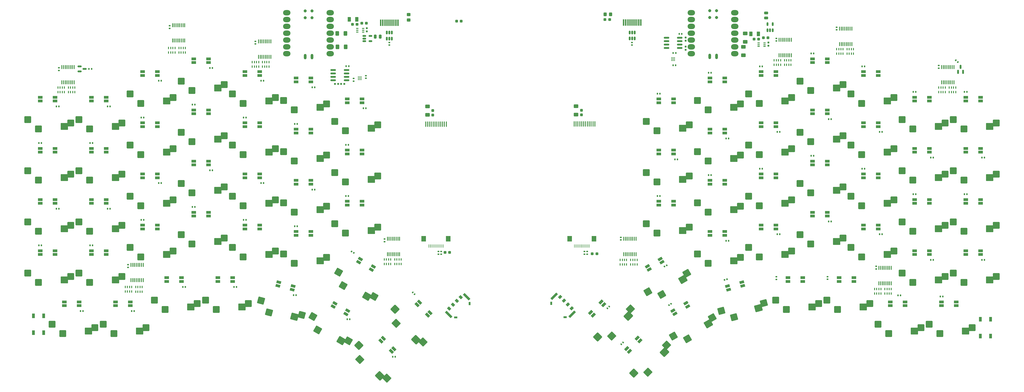
<source format=gbr>
%TF.GenerationSoftware,KiCad,Pcbnew,(6.0.5)*%
%TF.CreationDate,2022-08-12T23:05:56+08:00*%
%TF.ProjectId,ChunkyXiao,4368756e-6b79-4586-9961-6f2e6b696361,rev?*%
%TF.SameCoordinates,Original*%
%TF.FileFunction,Paste,Top*%
%TF.FilePolarity,Positive*%
%FSLAX46Y46*%
G04 Gerber Fmt 4.6, Leading zero omitted, Abs format (unit mm)*
G04 Created by KiCad (PCBNEW (6.0.5)) date 2022-08-12 23:05:56*
%MOMM*%
%LPD*%
G01*
G04 APERTURE LIST*
G04 Aperture macros list*
%AMRoundRect*
0 Rectangle with rounded corners*
0 $1 Rounding radius*
0 $2 $3 $4 $5 $6 $7 $8 $9 X,Y pos of 4 corners*
0 Add a 4 corners polygon primitive as box body*
4,1,4,$2,$3,$4,$5,$6,$7,$8,$9,$2,$3,0*
0 Add four circle primitives for the rounded corners*
1,1,$1+$1,$2,$3*
1,1,$1+$1,$4,$5*
1,1,$1+$1,$6,$7*
1,1,$1+$1,$8,$9*
0 Add four rect primitives between the rounded corners*
20,1,$1+$1,$2,$3,$4,$5,0*
20,1,$1+$1,$4,$5,$6,$7,0*
20,1,$1+$1,$6,$7,$8,$9,0*
20,1,$1+$1,$8,$9,$2,$3,0*%
%AMRotRect*
0 Rectangle, with rotation*
0 The origin of the aperture is its center*
0 $1 length*
0 $2 width*
0 $3 Rotation angle, in degrees counterclockwise*
0 Add horizontal line*
21,1,$1,$2,0,0,$3*%
G04 Aperture macros list end*
%ADD10R,1.700000X1.000000*%
%ADD11RoundRect,0.252500X1.134500X1.010000X-1.134500X1.010000X-1.134500X-1.010000X1.134500X-1.010000X0*%
%ADD12RoundRect,0.250000X1.025000X1.000000X-1.025000X1.000000X-1.025000X-1.000000X1.025000X-1.000000X0*%
%ADD13RoundRect,0.254000X1.016000X1.016000X-1.016000X1.016000X-1.016000X-1.016000X1.016000X-1.016000X0*%
%ADD14R,0.400000X0.900000*%
%ADD15RoundRect,0.250000X-0.400000X-0.625000X0.400000X-0.625000X0.400000X0.625000X-0.400000X0.625000X0*%
%ADD16RoundRect,0.140000X-0.140000X-0.170000X0.140000X-0.170000X0.140000X0.170000X-0.140000X0.170000X0*%
%ADD17RoundRect,0.150000X-0.512500X-0.150000X0.512500X-0.150000X0.512500X0.150000X-0.512500X0.150000X0*%
%ADD18RoundRect,0.160000X0.197500X0.160000X-0.197500X0.160000X-0.197500X-0.160000X0.197500X-0.160000X0*%
%ADD19RoundRect,0.100000X0.100000X-0.637500X0.100000X0.637500X-0.100000X0.637500X-0.100000X-0.637500X0*%
%ADD20RoundRect,0.140000X-0.036244X-0.217224X0.206244X-0.077224X0.036244X0.217224X-0.206244X0.077224X0*%
%ADD21R,0.570000X2.450000*%
%ADD22R,0.300000X2.450000*%
%ADD23RoundRect,0.140000X0.021213X-0.219203X0.219203X-0.021213X-0.021213X0.219203X-0.219203X0.021213X0*%
%ADD24RoundRect,0.140000X-0.170000X0.140000X-0.170000X-0.140000X0.170000X-0.140000X0.170000X0.140000X0*%
%ADD25RotRect,1.700000X1.000000X30.000000*%
%ADD26RoundRect,0.252500X0.477506X1.441936X-1.487506X0.307436X-0.477506X-1.441936X1.487506X-0.307436X0*%
%ADD27RoundRect,0.250000X0.387676X1.378525X-1.387676X0.353525X-0.387676X-1.378525X1.387676X-0.353525X0*%
%ADD28RoundRect,0.254000X0.371882X1.387882X-1.387882X0.371882X-0.371882X-1.387882X1.387882X-0.371882X0*%
%ADD29R,0.300000X0.300000*%
%ADD30C,0.165000*%
%ADD31RotRect,1.700000X1.000000X45.000000*%
%ADD32RoundRect,0.250000X0.017678X1.431891X-1.431891X-0.017678X-0.017678X-1.431891X1.431891X0.017678X0*%
%ADD33RoundRect,0.252500X0.088035X1.516390X-1.516390X-0.088035X-0.088035X-1.516390X1.516390X0.088035X0*%
%ADD34RoundRect,0.254000X0.000000X1.436841X-1.436841X0.000000X0.000000X-1.436841X1.436841X0.000000X0*%
%ADD35RoundRect,0.087500X-0.087500X0.912500X-0.087500X-0.912500X0.087500X-0.912500X0.087500X0.912500X0*%
%ADD36RoundRect,0.250000X-0.625000X0.400000X-0.625000X-0.400000X0.625000X-0.400000X0.625000X0.400000X0*%
%ADD37RoundRect,0.135000X-0.135000X-0.185000X0.135000X-0.185000X0.135000X0.185000X-0.135000X0.185000X0*%
%ADD38RotRect,1.700000X1.000000X150.000000*%
%ADD39RoundRect,0.252500X1.487506X0.307436X-0.477506X1.441936X-1.487506X-0.307436X0.477506X-1.441936X0*%
%ADD40RoundRect,0.250000X1.387676X0.353525X-0.387676X1.378525X-1.387676X-0.353525X0.387676X-1.378525X0*%
%ADD41RoundRect,0.254000X1.387882X0.371882X-0.371882X1.387882X-1.387882X-0.371882X0.371882X-1.387882X0*%
%ADD42RoundRect,0.140000X-0.091230X-0.200442X0.179229X-0.127973X0.091230X0.200442X-0.179229X0.127973X0*%
%ADD43RoundRect,0.150000X0.150000X-0.512500X0.150000X0.512500X-0.150000X0.512500X-0.150000X-0.512500X0*%
%ADD44RoundRect,0.237500X0.300000X0.237500X-0.300000X0.237500X-0.300000X-0.237500X0.300000X-0.237500X0*%
%ADD45RoundRect,0.135000X-0.185000X0.135000X-0.185000X-0.135000X0.185000X-0.135000X0.185000X0.135000X0*%
%ADD46RoundRect,0.140000X0.170000X-0.140000X0.170000X0.140000X-0.170000X0.140000X-0.170000X-0.140000X0*%
%ADD47RoundRect,0.135000X0.226274X0.035355X0.035355X0.226274X-0.226274X-0.035355X-0.035355X-0.226274X0*%
%ADD48RoundRect,0.250000X-0.250000X-0.475000X0.250000X-0.475000X0.250000X0.475000X-0.250000X0.475000X0*%
%ADD49R,0.950000X0.450000*%
%ADD50RoundRect,0.250000X0.325000X0.450000X-0.325000X0.450000X-0.325000X-0.450000X0.325000X-0.450000X0*%
%ADD51RoundRect,0.150000X-0.825000X-0.150000X0.825000X-0.150000X0.825000X0.150000X-0.825000X0.150000X0*%
%ADD52O,2.748280X1.998980*%
%ADD53O,1.016000X2.032000*%
%ADD54C,1.143000*%
%ADD55R,0.280000X1.250000*%
%ADD56R,1.800000X2.000000*%
%ADD57RoundRect,0.250000X-0.375000X-0.625000X0.375000X-0.625000X0.375000X0.625000X-0.375000X0.625000X0*%
%ADD58RoundRect,0.150000X-0.150000X0.512500X-0.150000X-0.512500X0.150000X-0.512500X0.150000X0.512500X0*%
%ADD59RoundRect,0.160000X-0.197500X-0.160000X0.197500X-0.160000X0.197500X0.160000X-0.197500X0.160000X0*%
%ADD60RotRect,1.300000X1.000000X45.000000*%
%ADD61RotRect,3.000000X0.900000X45.000000*%
%ADD62R,1.300000X0.800000*%
%ADD63R,0.800000X1.300000*%
%ADD64RoundRect,0.237500X-0.300000X-0.237500X0.300000X-0.237500X0.300000X0.237500X-0.300000X0.237500X0*%
%ADD65RoundRect,0.160000X-0.160000X0.197500X-0.160000X-0.197500X0.160000X-0.197500X0.160000X0.197500X0*%
%ADD66R,1.000000X1.700000*%
%ADD67RoundRect,0.237500X0.237500X-0.300000X0.237500X0.300000X-0.237500X0.300000X-0.237500X-0.300000X0*%
%ADD68RoundRect,0.150000X0.150000X-0.587500X0.150000X0.587500X-0.150000X0.587500X-0.150000X-0.587500X0*%
%ADD69RoundRect,0.250000X0.625000X-0.400000X0.625000X0.400000X-0.625000X0.400000X-0.625000X-0.400000X0*%
%ADD70RoundRect,0.250000X0.450000X-0.325000X0.450000X0.325000X-0.450000X0.325000X-0.450000X-0.325000X0*%
%ADD71RoundRect,0.140000X0.206244X0.077224X-0.036244X0.217224X-0.206244X-0.077224X0.036244X-0.217224X0*%
%ADD72RotRect,1.700000X1.000000X225.000000*%
%ADD73RoundRect,0.140000X0.219203X0.021213X0.021213X0.219203X-0.219203X-0.021213X-0.021213X-0.219203X0*%
%ADD74RotRect,1.700000X1.000000X315.000000*%
%ADD75RoundRect,0.252500X1.516390X-0.088035X-0.088035X1.516390X-1.516390X0.088035X0.088035X-1.516390X0*%
%ADD76RoundRect,0.250000X1.431891X-0.017678X-0.017678X1.431891X-1.431891X0.017678X0.017678X-1.431891X0*%
%ADD77RoundRect,0.254000X1.436841X0.000000X0.000000X1.436841X-1.436841X0.000000X0.000000X-1.436841X0*%
%ADD78RoundRect,0.135000X0.185000X-0.135000X0.185000X0.135000X-0.185000X0.135000X-0.185000X-0.135000X0*%
%ADD79RoundRect,0.150000X-0.587500X-0.150000X0.587500X-0.150000X0.587500X0.150000X-0.587500X0.150000X0*%
%ADD80RotRect,1.700000X1.000000X195.000000*%
%ADD81RoundRect,0.252500X0.834436X1.269215X-1.357250X0.681955X-0.834436X-1.269215X1.357250X-0.681955X0*%
%ADD82RoundRect,0.250000X0.731255X1.231215X-1.248893X0.700636X-0.731255X-1.231215X1.248893X-0.700636X0*%
%ADD83RoundRect,0.254000X0.718420X1.244341X-1.244341X0.718420X-0.718420X-1.244341X1.244341X-0.718420X0*%
%ADD84RotRect,1.700000X1.000000X330.000000*%
%ADD85RotRect,1.700000X1.000000X345.000000*%
%ADD86RoundRect,0.252500X1.357250X0.681955X-0.834436X1.269215X-1.357250X-0.681955X0.834436X-1.269215X0*%
%ADD87RoundRect,0.250000X1.248893X0.700636X-0.731255X1.231215X-1.248893X-0.700636X0.731255X-1.231215X0*%
%ADD88RoundRect,0.254000X1.244341X0.718420X-0.718420X1.244341X-1.244341X-0.718420X0.718420X-1.244341X0*%
%ADD89RotRect,1.300000X1.000000X135.000000*%
%ADD90RotRect,3.000000X0.900000X135.000000*%
%ADD91RoundRect,0.160000X0.160000X-0.197500X0.160000X0.197500X-0.160000X0.197500X-0.160000X-0.197500X0*%
%ADD92RotRect,1.700000X1.000000X210.000000*%
%ADD93RotRect,1.700000X1.000000X135.000000*%
%ADD94RoundRect,0.250000X0.475000X-0.250000X0.475000X0.250000X-0.475000X0.250000X-0.475000X-0.250000X0*%
G04 APERTURE END LIST*
D10*
%TO.C,SW18*%
X97291889Y-123663492D03*
X97291889Y-125063492D03*
X102791889Y-125063492D03*
X102791889Y-123663492D03*
D11*
X106254889Y-134530992D03*
D12*
X108666889Y-133268492D03*
X96666889Y-135468492D03*
D13*
X92675889Y-131983492D03*
%TD*%
D10*
%TO.C,SW62*%
X352124888Y-129831497D03*
X352124888Y-128431497D03*
X346624888Y-128431497D03*
X346624888Y-129831497D03*
D12*
X357999888Y-138036497D03*
D11*
X355587888Y-139298997D03*
D13*
X342008888Y-136751497D03*
D12*
X345999888Y-140236497D03*
%TD*%
D10*
%TO.C,SW19*%
X102791888Y-144113491D03*
X102791888Y-142713491D03*
X97291888Y-142713491D03*
X97291888Y-144113491D03*
D12*
X108666888Y-152318491D03*
D11*
X106254888Y-153580991D03*
D13*
X92675888Y-151033491D03*
D12*
X96666888Y-154518491D03*
%TD*%
D14*
%TO.C,RN10*%
X315800002Y-86100004D03*
X315000002Y-86100004D03*
X314200002Y-86100004D03*
X313400002Y-86100004D03*
X313400002Y-87800004D03*
X314200002Y-87800004D03*
X315000002Y-87800004D03*
X315800002Y-87800004D03*
%TD*%
D15*
%TO.C,R6*%
X150700000Y-76050000D03*
X153800000Y-76050000D03*
%TD*%
D14*
%TO.C,RN5*%
X90350000Y-81490000D03*
X89550000Y-81490000D03*
X88750000Y-81490000D03*
X87950000Y-81490000D03*
X87950000Y-83190000D03*
X88750000Y-83190000D03*
X89550000Y-83190000D03*
X90350000Y-83190000D03*
%TD*%
D10*
%TO.C,SW21*%
X116341892Y-90331493D03*
X116341892Y-91731493D03*
X121841892Y-91731493D03*
X121841892Y-90331493D03*
D12*
X127716892Y-99936493D03*
D11*
X125304892Y-101198993D03*
D13*
X111725892Y-98651493D03*
D12*
X115716892Y-102136493D03*
%TD*%
D16*
%TO.C,C98*%
X93261890Y-170456494D03*
X94221890Y-170456494D03*
%TD*%
D17*
%TO.C,U1*%
X160802500Y-77060000D03*
X160802500Y-78010000D03*
X160802500Y-78960000D03*
X163077500Y-78960000D03*
X163077500Y-77060000D03*
%TD*%
D18*
%TO.C,R5*%
X153347500Y-94850000D03*
X152152500Y-94850000D03*
%TD*%
D19*
%TO.C,U17*%
X73935000Y-167992500D03*
X74585000Y-167992500D03*
X75235000Y-167992500D03*
X75885000Y-167992500D03*
X76535000Y-167992500D03*
X77185000Y-167992500D03*
X77835000Y-167992500D03*
X78485000Y-167992500D03*
X78485000Y-162267500D03*
X77835000Y-162267500D03*
X77185000Y-162267500D03*
X76535000Y-162267500D03*
X75885000Y-162267500D03*
X75235000Y-162267500D03*
X74585000Y-162267500D03*
X73935000Y-162267500D03*
%TD*%
D20*
%TO.C,C62*%
X274234308Y-177240000D03*
X275065692Y-176760000D03*
%TD*%
D21*
%TO.C,J2*%
X263773407Y-72044801D03*
X262998407Y-72044801D03*
D22*
X261798407Y-72044801D03*
X260798407Y-72044801D03*
X260298407Y-72044801D03*
X259298407Y-72044801D03*
D21*
X257323407Y-72044801D03*
X258098407Y-72044801D03*
D22*
X258798407Y-72044801D03*
X259798407Y-72044801D03*
X261298407Y-72044801D03*
X262298407Y-72044801D03*
%TD*%
D10*
%TO.C,SW50*%
X314024890Y-91731495D03*
X314024890Y-90331495D03*
X308524890Y-90331495D03*
X308524890Y-91731495D03*
D12*
X319899890Y-99936495D03*
D11*
X317487890Y-101198995D03*
D13*
X303908890Y-98651495D03*
D12*
X307899890Y-102136495D03*
%TD*%
D16*
%TO.C,C30*%
X365194889Y-97856493D03*
X366154889Y-97856493D03*
%TD*%
D10*
%TO.C,SW15*%
X68191890Y-176056494D03*
X68191890Y-177456494D03*
X73691890Y-177456494D03*
X73691890Y-176056494D03*
D12*
X79566890Y-185661494D03*
D11*
X77154890Y-186923994D03*
D12*
X67566890Y-187861494D03*
D13*
X63575890Y-184376494D03*
%TD*%
D10*
%TO.C,SW12*%
X83741888Y-110781493D03*
X83741888Y-109381493D03*
X78241888Y-109381493D03*
X78241888Y-110781493D03*
D11*
X87204888Y-120248993D03*
D12*
X89616888Y-118986493D03*
D13*
X73625888Y-117701493D03*
D12*
X77616888Y-121186493D03*
%TD*%
D23*
%TO.C,C64*%
X251300589Y-178479411D03*
X251979411Y-177800589D03*
%TD*%
D24*
%TO.C,C7*%
X314200000Y-77920000D03*
X314200000Y-78880000D03*
%TD*%
D19*
%TO.C,U18*%
X352450000Y-169112500D03*
X353100000Y-169112500D03*
X353750000Y-169112500D03*
X354400000Y-169112500D03*
X355050000Y-169112500D03*
X355700000Y-169112500D03*
X356350000Y-169112500D03*
X357000000Y-169112500D03*
X357000000Y-163387500D03*
X356350000Y-163387500D03*
X355700000Y-163387500D03*
X355050000Y-163387500D03*
X354400000Y-163387500D03*
X353750000Y-163387500D03*
X353100000Y-163387500D03*
X352450000Y-163387500D03*
%TD*%
D16*
%TO.C,C97*%
X74211890Y-179456494D03*
X75171890Y-179456494D03*
%TD*%
%TO.C,C58*%
X359530000Y-173630000D03*
X360490000Y-173630000D03*
%TD*%
D10*
%TO.C,SW66*%
X365674889Y-118906492D03*
X365674889Y-120306492D03*
X371174889Y-120306492D03*
X371174889Y-118906492D03*
D11*
X374637889Y-129773992D03*
D12*
X377049889Y-128511492D03*
X365049889Y-130711492D03*
D13*
X361058889Y-127226492D03*
%TD*%
D25*
%TO.C,SW43*%
X266205317Y-162787865D03*
X266905317Y-164000301D03*
X271668457Y-161250301D03*
X270968457Y-160037865D03*
D26*
X279401253Y-167717896D03*
D27*
X280858856Y-165418539D03*
X271566551Y-173323795D03*
D28*
X266367744Y-172301197D03*
%TD*%
D29*
%TO.C,IC1*%
X159100000Y-92750000D03*
X158600000Y-92750000D03*
X159100000Y-92250000D03*
X158600000Y-92250000D03*
X158600000Y-93250000D03*
X159600000Y-93250000D03*
X159100000Y-93250000D03*
X159600000Y-92250000D03*
X159600000Y-92750000D03*
D30*
X159100000Y-93250000D03*
%TD*%
D10*
%TO.C,SW20*%
X87241890Y-167056494D03*
X87241890Y-168456494D03*
X92741890Y-168456494D03*
X92741890Y-167056494D03*
D11*
X96204890Y-177923994D03*
D12*
X98616890Y-176661494D03*
X86616890Y-178861494D03*
D13*
X82625890Y-175376494D03*
%TD*%
D15*
%TO.C,R7*%
X150800000Y-81100000D03*
X153900000Y-81100000D03*
%TD*%
D14*
%TO.C,RN8*%
X342950000Y-81900000D03*
X342150000Y-81900000D03*
X341350000Y-81900000D03*
X340550000Y-81900000D03*
X340550000Y-83600000D03*
X341350000Y-83600000D03*
X342150000Y-83600000D03*
X342950000Y-83600000D03*
%TD*%
D31*
%TO.C,SW38*%
X245057267Y-179990959D03*
X246047217Y-180980909D03*
X249936304Y-177091822D03*
X248946354Y-176101872D03*
D32*
X259892367Y-178739380D03*
D33*
X259079548Y-181337644D03*
D32*
X252962721Y-188780297D03*
D34*
X247676391Y-189138093D03*
%TD*%
D16*
%TO.C,C33*%
X308044890Y-88331495D03*
X309004890Y-88331495D03*
%TD*%
D10*
%TO.C,SW13*%
X78241888Y-128431495D03*
X78241888Y-129831495D03*
X83741888Y-129831495D03*
X83741888Y-128431495D03*
D11*
X87204888Y-139298995D03*
D12*
X89616888Y-138036495D03*
X77616888Y-140236495D03*
D13*
X73625888Y-136751495D03*
%TD*%
D35*
%TO.C,J16*%
X183641890Y-109836492D03*
X184341890Y-109836492D03*
X185041890Y-109836492D03*
X185741890Y-109836492D03*
X186441890Y-109836492D03*
X187141890Y-109836492D03*
X187841890Y-109836492D03*
X188541890Y-109836492D03*
X189241890Y-109836492D03*
X189941890Y-109836492D03*
X190641890Y-109836492D03*
X191341890Y-109836492D03*
%TD*%
D36*
%TO.C,R12*%
X302625000Y-76100000D03*
X302625000Y-79200000D03*
%TD*%
D10*
%TO.C,SW10*%
X49141889Y-176056494D03*
X49141889Y-177456494D03*
X54641889Y-177456494D03*
X54641889Y-176056494D03*
D11*
X58104889Y-186923994D03*
D12*
X60516889Y-185661494D03*
D13*
X44525889Y-184376494D03*
D12*
X48516889Y-187861494D03*
%TD*%
D37*
%TO.C,R1*%
X58240000Y-89280000D03*
X59260000Y-89280000D03*
%TD*%
D10*
%TO.C,SW31*%
X154441888Y-100511491D03*
X154441888Y-101911491D03*
X159941888Y-101911491D03*
X159941888Y-100511491D03*
D12*
X165816888Y-110116491D03*
D11*
X163404888Y-111378991D03*
D13*
X149825888Y-108831491D03*
D12*
X153816888Y-112316491D03*
%TD*%
D14*
%TO.C,RN3*%
X53050000Y-96250000D03*
X52250000Y-96250000D03*
X51450000Y-96250000D03*
X50650000Y-96250000D03*
X50650000Y-97950000D03*
X51450000Y-97950000D03*
X52250000Y-97950000D03*
X53050000Y-97950000D03*
%TD*%
D24*
%TO.C,C23*%
X260491891Y-79436494D03*
X260491891Y-80396494D03*
%TD*%
D14*
%TO.C,RN18*%
X353175000Y-171225000D03*
X352375000Y-171225000D03*
X351575000Y-171225000D03*
X350775000Y-171225000D03*
X350775000Y-172925000D03*
X351575000Y-172925000D03*
X352375000Y-172925000D03*
X353175000Y-172925000D03*
%TD*%
D16*
%TO.C,C45*%
X346144888Y-126431497D03*
X347104888Y-126431497D03*
%TD*%
%TO.C,C83*%
X46161892Y-141356491D03*
X47121892Y-141356491D03*
%TD*%
D24*
%TO.C,C59*%
X333250000Y-166680000D03*
X333250000Y-167640000D03*
%TD*%
%TO.C,C4*%
X88340000Y-73240000D03*
X88340000Y-74200000D03*
%TD*%
D38*
%TO.C,SW34*%
X163461457Y-164043301D03*
X164161457Y-162830865D03*
X159398317Y-160080865D03*
X158698317Y-161293301D03*
D39*
X161726753Y-173973896D03*
D40*
X164446856Y-174086539D03*
D41*
X151240744Y-164978197D03*
D40*
X152954551Y-169991795D03*
%TD*%
D10*
%TO.C,SW7*%
X64691889Y-120306493D03*
X64691889Y-118906493D03*
X59191889Y-118906493D03*
X59191889Y-120306493D03*
D12*
X70566889Y-128511493D03*
D11*
X68154889Y-129773993D03*
D13*
X54575889Y-127226493D03*
D12*
X58566889Y-130711493D03*
%TD*%
D10*
%TO.C,SW45*%
X294974889Y-94117496D03*
X294974889Y-92717496D03*
X289474889Y-92717496D03*
X289474889Y-94117496D03*
D12*
X300849889Y-102322496D03*
D11*
X298437889Y-103584996D03*
D13*
X284858889Y-101037496D03*
D12*
X288849889Y-104522496D03*
%TD*%
D24*
%TO.C,C24*%
X170111892Y-79456493D03*
X170111892Y-80416493D03*
%TD*%
D16*
%TO.C,C31*%
X346144891Y-88331494D03*
X347104891Y-88331494D03*
%TD*%
D14*
%TO.C,RN11*%
X125300000Y-86750000D03*
X124500000Y-86750000D03*
X123700000Y-86750000D03*
X122900000Y-86750000D03*
X122900000Y-88450000D03*
X123700000Y-88450000D03*
X124500000Y-88450000D03*
X125300000Y-88450000D03*
%TD*%
%TO.C,RN16*%
X262375000Y-160400000D03*
X261575000Y-160400000D03*
X260775000Y-160400000D03*
X259975000Y-160400000D03*
X259975000Y-162100000D03*
X260775000Y-162100000D03*
X261575000Y-162100000D03*
X262375000Y-162100000D03*
%TD*%
D29*
%TO.C,IC2*%
X276310000Y-85660000D03*
X275310000Y-85660000D03*
X276310000Y-85160000D03*
X275810000Y-86160000D03*
X275310000Y-86160000D03*
X275810000Y-85160000D03*
X276310000Y-86160000D03*
X275810000Y-85660000D03*
X275310000Y-85160000D03*
D30*
X276310000Y-85660000D03*
%TD*%
D16*
%TO.C,C67*%
X154060000Y-88320000D03*
X155020000Y-88320000D03*
%TD*%
D42*
%TO.C,C61*%
X294936356Y-167904233D03*
X295863644Y-167655767D03*
%TD*%
D10*
%TO.C,SW27*%
X140891888Y-113167495D03*
X140891888Y-111767495D03*
X135391888Y-111767495D03*
X135391888Y-113167495D03*
D12*
X146766888Y-121372495D03*
D11*
X144354888Y-122634995D03*
D13*
X130775888Y-120087495D03*
D12*
X134766888Y-123572495D03*
%TD*%
D16*
%TO.C,C32*%
X327194890Y-83563493D03*
X328154890Y-83563493D03*
%TD*%
D43*
%TO.C,U14*%
X310950000Y-74887500D03*
X311900000Y-74887500D03*
X312850000Y-74887500D03*
X312850000Y-72612500D03*
X310950000Y-72612500D03*
%TD*%
D10*
%TO.C,SW48*%
X289474889Y-149867496D03*
X289474889Y-151267496D03*
X294974889Y-151267496D03*
X294974889Y-149867496D03*
D12*
X300849889Y-159472496D03*
D11*
X298437889Y-160734996D03*
D12*
X288849889Y-161672496D03*
D13*
X284858889Y-158187496D03*
%TD*%
D44*
%TO.C,C21*%
X307650001Y-78200000D03*
X305925001Y-78200000D03*
%TD*%
D10*
%TO.C,SW6*%
X59191889Y-99856494D03*
X59191889Y-101256494D03*
X64691889Y-101256494D03*
X64691889Y-99856494D03*
D11*
X68154889Y-110723994D03*
D12*
X70566889Y-109461494D03*
D13*
X54575889Y-108176494D03*
D12*
X58566889Y-111661494D03*
%TD*%
D10*
%TO.C,SW54*%
X324074889Y-168456495D03*
X324074889Y-167056495D03*
X318574889Y-167056495D03*
X318574889Y-168456495D03*
D12*
X329949889Y-176661495D03*
D11*
X327537889Y-177923995D03*
D13*
X313958889Y-175376495D03*
D12*
X317949889Y-178861495D03*
%TD*%
D10*
%TO.C,SW53*%
X308524894Y-147481493D03*
X308524894Y-148881493D03*
X314024894Y-148881493D03*
X314024894Y-147481493D03*
D12*
X319899894Y-157086493D03*
D11*
X317487894Y-158348993D03*
D13*
X303908894Y-155801493D03*
D12*
X307899894Y-159286493D03*
%TD*%
D10*
%TO.C,SW57*%
X333174887Y-125063491D03*
X333174887Y-123663491D03*
X327674887Y-123663491D03*
X327674887Y-125063491D03*
D12*
X339049887Y-133268491D03*
D11*
X336637887Y-134530991D03*
D12*
X327049887Y-135468491D03*
D13*
X323058887Y-131983491D03*
%TD*%
D10*
%TO.C,SW24*%
X121841889Y-148881493D03*
X121841889Y-147481493D03*
X116341889Y-147481493D03*
X116341889Y-148881493D03*
D11*
X125304889Y-158348993D03*
D12*
X127716889Y-157086493D03*
D13*
X111725889Y-155801493D03*
D12*
X115716889Y-159286493D03*
%TD*%
D10*
%TO.C,SW69*%
X381224888Y-177456494D03*
X381224888Y-176056494D03*
X375724888Y-176056494D03*
X375724888Y-177456494D03*
D11*
X384687888Y-186923994D03*
D12*
X387099888Y-185661494D03*
D13*
X371108888Y-184376494D03*
D12*
X375099888Y-187861494D03*
%TD*%
D10*
%TO.C,SW32*%
X159941888Y-120961495D03*
X159941888Y-119561495D03*
X154441888Y-119561495D03*
X154441888Y-120961495D03*
D12*
X165816888Y-129166495D03*
D11*
X163404888Y-130428995D03*
D12*
X153816888Y-131366495D03*
D13*
X149825888Y-127881495D03*
%TD*%
D45*
%TO.C,R15*%
X243800000Y-157290000D03*
X243800000Y-158310000D03*
%TD*%
D10*
%TO.C,SW56*%
X327674889Y-104613494D03*
X327674889Y-106013494D03*
X333174889Y-106013494D03*
X333174889Y-104613494D03*
D11*
X336637889Y-115480994D03*
D12*
X339049889Y-114218494D03*
X327049889Y-116418494D03*
D13*
X323058889Y-112933494D03*
%TD*%
D46*
%TO.C,C15*%
X161400000Y-92780000D03*
X161400000Y-91820000D03*
%TD*%
D16*
%TO.C,C46*%
X327194887Y-121663491D03*
X328154887Y-121663491D03*
%TD*%
D10*
%TO.C,SW59*%
X343124890Y-168456495D03*
X343124890Y-167056495D03*
X337624890Y-167056495D03*
X337624890Y-168456495D03*
D11*
X346587890Y-177923995D03*
D12*
X348999890Y-176661495D03*
X336999890Y-178861495D03*
D13*
X333008890Y-175376495D03*
%TD*%
D16*
%TO.C,C101*%
X154456458Y-182541086D03*
X155416458Y-182541086D03*
%TD*%
%TO.C,C50*%
X269944889Y-136611493D03*
X270904889Y-136611493D03*
%TD*%
D24*
%TO.C,C11*%
X351400000Y-162815000D03*
X351400000Y-163775000D03*
%TD*%
D10*
%TO.C,SW58*%
X327674891Y-142713494D03*
X327674891Y-144113494D03*
X333174891Y-144113494D03*
X333174891Y-142713494D03*
D12*
X339049891Y-152318494D03*
D11*
X336637891Y-153580994D03*
D12*
X327049891Y-154518494D03*
D13*
X323058891Y-151033494D03*
%TD*%
D16*
%TO.C,C72*%
X103311891Y-88963490D03*
X104271891Y-88963490D03*
%TD*%
%TO.C,C55*%
X371694887Y-160406493D03*
X372654887Y-160406493D03*
%TD*%
D24*
%TO.C,C1*%
X47100000Y-88900000D03*
X47100000Y-89860000D03*
%TD*%
D16*
%TO.C,C48*%
X288994891Y-128817495D03*
X289954891Y-128817495D03*
%TD*%
D47*
%TO.C,R3*%
X381760624Y-86760624D03*
X381039376Y-86039376D03*
%TD*%
D24*
%TO.C,C17*%
X156800000Y-92870000D03*
X156800000Y-93830000D03*
%TD*%
D14*
%TO.C,RN20*%
X357025000Y-171225000D03*
X356225000Y-171225000D03*
X355425000Y-171225000D03*
X354625000Y-171225000D03*
X354625000Y-172925000D03*
X355425000Y-172925000D03*
X356225000Y-172925000D03*
X357025000Y-172925000D03*
%TD*%
D24*
%TO.C,C5*%
X336650000Y-73770000D03*
X336650000Y-74730000D03*
%TD*%
D48*
%TO.C,C3*%
X164880000Y-77280000D03*
X166780000Y-77280000D03*
%TD*%
D19*
%TO.C,U8*%
X89400891Y-78745990D03*
X90050891Y-78745990D03*
X90700891Y-78745990D03*
X91350891Y-78745990D03*
X92000891Y-78745990D03*
X92650891Y-78745990D03*
X93300891Y-78745990D03*
X93950891Y-78745990D03*
X93950891Y-73020990D03*
X93300891Y-73020990D03*
X92650891Y-73020990D03*
X92000891Y-73020990D03*
X91350891Y-73020990D03*
X90700891Y-73020990D03*
X90050891Y-73020990D03*
X89400891Y-73020990D03*
%TD*%
D49*
%TO.C,D2*%
X307650000Y-79650000D03*
X307650000Y-80300000D03*
X307650000Y-80950000D03*
X309850000Y-80950000D03*
X309850000Y-80300000D03*
X309850000Y-79650000D03*
%TD*%
D50*
%TO.C,FB1*%
X252525000Y-69000000D03*
X250475000Y-69000000D03*
%TD*%
D14*
%TO.C,RN17*%
X74230000Y-170500000D03*
X73430000Y-170500000D03*
X72630000Y-170500000D03*
X71830000Y-170500000D03*
X71830000Y-172200000D03*
X72630000Y-172200000D03*
X73430000Y-172200000D03*
X74230000Y-172200000D03*
%TD*%
D16*
%TO.C,C78*%
X115861890Y-107381492D03*
X116821890Y-107381492D03*
%TD*%
D10*
%TO.C,SW46*%
X289474890Y-111767495D03*
X289474890Y-113167495D03*
X294974890Y-113167495D03*
X294974890Y-111767495D03*
D11*
X298437890Y-122634995D03*
D12*
X300849890Y-121372495D03*
D13*
X284858890Y-120087495D03*
D12*
X288849890Y-123572495D03*
%TD*%
D51*
%TO.C,U10*%
X149225000Y-89695000D03*
X149225000Y-90965000D03*
X149225000Y-92235000D03*
X149225000Y-93505000D03*
X154175000Y-93505000D03*
X154175000Y-92235000D03*
X154175000Y-90965000D03*
X154175000Y-89695000D03*
%TD*%
D45*
%TO.C,R9*%
X189450000Y-157290000D03*
X189450000Y-158310000D03*
%TD*%
D10*
%TO.C,SW33*%
X159941889Y-140011493D03*
X159941889Y-138611493D03*
X154441889Y-138611493D03*
X154441889Y-140011493D03*
D11*
X163404889Y-149478993D03*
D12*
X165816889Y-148216493D03*
X153816889Y-150416493D03*
D13*
X149825889Y-146931493D03*
%TD*%
D52*
%TO.C,U2*%
X131965013Y-68399806D03*
X131965013Y-70939806D03*
X131965013Y-73479806D03*
X131965013Y-76019806D03*
X131965013Y-78559806D03*
X131965013Y-81099806D03*
X131965013Y-83639806D03*
X148129573Y-83639806D03*
X148129573Y-81099806D03*
X148129573Y-78559806D03*
X148129573Y-76019806D03*
X148129573Y-73479806D03*
X148129573Y-70939806D03*
X148129573Y-68399806D03*
D53*
X138831893Y-84717626D03*
X141381893Y-84717626D03*
D54*
X138830696Y-67713439D03*
X141370696Y-67713439D03*
X138830696Y-70253439D03*
X141370696Y-70253439D03*
%TD*%
D36*
%TO.C,R13*%
X301950000Y-81100000D03*
X301950000Y-84200000D03*
%TD*%
D10*
%TO.C,SW68*%
X365674887Y-157006493D03*
X365674887Y-158406493D03*
X371174887Y-158406493D03*
X371174887Y-157006493D03*
D12*
X377049887Y-166611493D03*
D11*
X374637887Y-167873993D03*
D12*
X365049887Y-168811493D03*
D13*
X361058887Y-165326493D03*
%TD*%
D10*
%TO.C,SW71*%
X384724887Y-118906492D03*
X384724887Y-120306492D03*
X390224887Y-120306492D03*
X390224887Y-118906492D03*
D12*
X396099887Y-128511492D03*
D11*
X393687887Y-129773992D03*
D13*
X380108887Y-127226492D03*
D12*
X384099887Y-130711492D03*
%TD*%
D16*
%TO.C,C76*%
X153961888Y-117561495D03*
X154921888Y-117561495D03*
%TD*%
D55*
%TO.C,J6*%
X244546891Y-155235993D03*
X244046891Y-155235993D03*
X243546891Y-155235993D03*
X243046891Y-155235993D03*
X242546891Y-155235993D03*
X242046891Y-155235993D03*
X241546891Y-155235993D03*
X241046891Y-155235993D03*
X240546891Y-155235993D03*
X240046891Y-155235993D03*
X239546891Y-155235993D03*
X239046891Y-155235993D03*
D56*
X237246891Y-152511993D03*
X246346891Y-152511993D03*
%TD*%
D57*
%TO.C,F1*%
X155250000Y-70800000D03*
X158050000Y-70800000D03*
%TD*%
D58*
%TO.C,U4*%
X261498407Y-75712303D03*
X260548407Y-75712303D03*
X259598407Y-75712303D03*
X259598407Y-77987303D03*
X260548407Y-77987303D03*
X261498407Y-77987303D03*
%TD*%
D16*
%TO.C,C74*%
X141411888Y-96117495D03*
X142371888Y-96117495D03*
%TD*%
D19*
%TO.C,U15*%
X257417513Y-158280112D03*
X258067513Y-158280112D03*
X258717513Y-158280112D03*
X259367513Y-158280112D03*
X260017513Y-158280112D03*
X260667513Y-158280112D03*
X261317513Y-158280112D03*
X261967513Y-158280112D03*
X261967513Y-152555112D03*
X261317513Y-152555112D03*
X260667513Y-152555112D03*
X260017513Y-152555112D03*
X259367513Y-152555112D03*
X258717513Y-152555112D03*
X258067513Y-152555112D03*
X257417513Y-152555112D03*
%TD*%
D59*
%TO.C,R4*%
X149852500Y-94850000D03*
X151047500Y-94850000D03*
%TD*%
D16*
%TO.C,C102*%
X171369176Y-196494293D03*
X172329176Y-196494293D03*
%TD*%
D60*
%TO.C,S2*%
X237990078Y-178422289D03*
X233747437Y-174179648D03*
D61*
X238166855Y-180649675D03*
X231520051Y-174002871D03*
D62*
X235600057Y-181773975D03*
D63*
X230395751Y-176569669D03*
D60*
X236575865Y-177008075D03*
X235161651Y-175593861D03*
%TD*%
D52*
%TO.C,U16*%
X282548410Y-68349800D03*
X282548410Y-70889800D03*
X282548410Y-73429800D03*
X282548410Y-75969800D03*
X282548410Y-78509800D03*
X282548410Y-81049800D03*
X282548410Y-83589800D03*
X298712970Y-83589800D03*
X298712970Y-81049800D03*
X298712970Y-78509800D03*
X298712970Y-75969800D03*
X298712970Y-73429800D03*
X298712970Y-70889800D03*
X298712970Y-68349800D03*
D53*
X289415290Y-84667620D03*
X291965290Y-84667620D03*
D54*
X289414093Y-67663433D03*
X291954093Y-67663433D03*
X289414093Y-70203433D03*
X291954093Y-70203433D03*
%TD*%
D10*
%TO.C,SW8*%
X59191889Y-137956495D03*
X59191889Y-139356495D03*
X64691889Y-139356495D03*
X64691889Y-137956495D03*
D12*
X70566889Y-147561495D03*
D11*
X68154889Y-148823995D03*
D13*
X54575889Y-146276495D03*
D12*
X58566889Y-149761495D03*
%TD*%
D64*
%TO.C,C65*%
X195187500Y-71500000D03*
X196912500Y-71500000D03*
%TD*%
D16*
%TO.C,C94*%
X58711887Y-155006494D03*
X59671887Y-155006494D03*
%TD*%
D65*
%TO.C,R11*%
X280486889Y-77588992D03*
X280486889Y-78783992D03*
%TD*%
D10*
%TO.C,SW29*%
X140891886Y-151267497D03*
X140891886Y-149867497D03*
X135391886Y-149867497D03*
X135391886Y-151267497D03*
D11*
X144354886Y-160734997D03*
D12*
X146766886Y-159472497D03*
X134766886Y-161672497D03*
D13*
X130775886Y-158187497D03*
%TD*%
D66*
%TO.C,SW5*%
X37625889Y-181226494D03*
X37625889Y-187526494D03*
X41425889Y-181226494D03*
X41425889Y-187526494D03*
%TD*%
D16*
%TO.C,C89*%
X153961889Y-136611493D03*
X154921889Y-136611493D03*
%TD*%
D10*
%TO.C,SW55*%
X333174890Y-86963493D03*
X333174890Y-85563493D03*
X327674890Y-85563493D03*
X327674890Y-86963493D03*
D12*
X339049890Y-95168493D03*
D11*
X336637890Y-96430993D03*
D12*
X327049890Y-97368493D03*
D13*
X323058890Y-93883493D03*
%TD*%
D10*
%TO.C,SW26*%
X135391888Y-92717495D03*
X135391888Y-94117495D03*
X140891888Y-94117495D03*
X140891888Y-92717495D03*
D11*
X144354888Y-103584995D03*
D12*
X146766888Y-102322495D03*
X134766888Y-104522495D03*
D13*
X130775888Y-101037495D03*
%TD*%
D16*
%TO.C,C100*%
X134461814Y-173501492D03*
X135421814Y-173501492D03*
%TD*%
D10*
%TO.C,SW9*%
X64691887Y-158406494D03*
X64691887Y-157006494D03*
X59191887Y-157006494D03*
X59191887Y-158406494D03*
D11*
X68154887Y-167873994D03*
D12*
X70566887Y-166611494D03*
D13*
X54575887Y-165326494D03*
D12*
X58566887Y-168811494D03*
%TD*%
D16*
%TO.C,C75*%
X160461888Y-103911491D03*
X161421888Y-103911491D03*
%TD*%
D14*
%TO.C,RN7*%
X94210000Y-81500000D03*
X93410000Y-81500000D03*
X92610000Y-81500000D03*
X91810000Y-81500000D03*
X91810000Y-83200000D03*
X92610000Y-83200000D03*
X93410000Y-83200000D03*
X94210000Y-83200000D03*
%TD*%
D16*
%TO.C,C73*%
X122361892Y-93731493D03*
X123321892Y-93731493D03*
%TD*%
%TO.C,C79*%
X96811888Y-102613494D03*
X97771888Y-102613494D03*
%TD*%
D10*
%TO.C,SW63*%
X346624887Y-147481497D03*
X346624887Y-148881497D03*
X352124887Y-148881497D03*
X352124887Y-147481497D03*
D11*
X355587887Y-158348997D03*
D12*
X357999887Y-157086497D03*
D13*
X342008887Y-155801497D03*
D12*
X345999887Y-159286497D03*
%TD*%
D14*
%TO.C,RN14*%
X258475000Y-160400000D03*
X257675000Y-160400000D03*
X256875000Y-160400000D03*
X256075000Y-160400000D03*
X256075000Y-162100000D03*
X256875000Y-162100000D03*
X257675000Y-162100000D03*
X258475000Y-162100000D03*
%TD*%
D10*
%TO.C,SW23*%
X116341889Y-128431490D03*
X116341889Y-129831490D03*
X121841889Y-129831490D03*
X121841889Y-128431490D03*
D11*
X125304889Y-139298990D03*
D12*
X127716889Y-138036490D03*
X115716889Y-140236490D03*
D13*
X111725889Y-136751490D03*
%TD*%
D65*
%TO.C,R17*%
X311250000Y-79502501D03*
X311250000Y-80697501D03*
%TD*%
D67*
%TO.C,C25*%
X241686889Y-106398992D03*
X241686889Y-104673992D03*
%TD*%
D16*
%TO.C,C82*%
X39661889Y-116906490D03*
X40621889Y-116906490D03*
%TD*%
%TO.C,C93*%
X77761886Y-145481495D03*
X78721886Y-145481495D03*
%TD*%
%TO.C,C91*%
X115861889Y-145481493D03*
X116821889Y-145481493D03*
%TD*%
%TO.C,C29*%
X384244888Y-97856491D03*
X385204888Y-97856491D03*
%TD*%
%TO.C,C35*%
X269944889Y-98511494D03*
X270904889Y-98511494D03*
%TD*%
D67*
%TO.C,C26*%
X186300000Y-106500000D03*
X186300000Y-104775000D03*
%TD*%
D68*
%TO.C,Q2*%
X381850000Y-90437500D03*
X383750000Y-90437500D03*
X382800000Y-88562500D03*
%TD*%
D69*
%TO.C,R18*%
X239646891Y-106323993D03*
X239646891Y-103223993D03*
%TD*%
D10*
%TO.C,SW61*%
X346624890Y-109381495D03*
X346624890Y-110781495D03*
X352124890Y-110781495D03*
X352124890Y-109381495D03*
D12*
X357999890Y-118986495D03*
D11*
X355587890Y-120248995D03*
D12*
X345999890Y-121186495D03*
D13*
X342008890Y-117701495D03*
%TD*%
D16*
%TO.C,C71*%
X84261889Y-93731494D03*
X85221889Y-93731494D03*
%TD*%
%TO.C,C96*%
X55161889Y-179456494D03*
X56121889Y-179456494D03*
%TD*%
D24*
%TO.C,C60*%
X314200000Y-166710000D03*
X314200000Y-167670000D03*
%TD*%
D10*
%TO.C,SW70*%
X390224888Y-101256491D03*
X390224888Y-99856491D03*
X384724888Y-99856491D03*
X384724888Y-101256491D03*
D11*
X393687888Y-110723991D03*
D12*
X396099888Y-109461491D03*
D13*
X380108888Y-108176491D03*
D12*
X384099888Y-111661491D03*
%TD*%
D10*
%TO.C,SW42*%
X275924889Y-140011493D03*
X275924889Y-138611493D03*
X270424889Y-138611493D03*
X270424889Y-140011493D03*
D11*
X279387889Y-149478993D03*
D12*
X281799889Y-148216493D03*
X269799889Y-150416493D03*
D13*
X265808889Y-146931493D03*
%TD*%
D10*
%TO.C,SW51*%
X308524891Y-109381495D03*
X308524891Y-110781495D03*
X314024891Y-110781495D03*
X314024891Y-109381495D03*
D11*
X317487891Y-120248995D03*
D12*
X319899891Y-118986495D03*
X307899891Y-121186495D03*
D13*
X303908891Y-117701495D03*
%TD*%
D16*
%TO.C,C80*%
X77761888Y-107381493D03*
X78721888Y-107381493D03*
%TD*%
%TO.C,C39*%
X333694889Y-108013494D03*
X334654889Y-108013494D03*
%TD*%
D24*
%TO.C,C10*%
X72810000Y-162230000D03*
X72810000Y-163190000D03*
%TD*%
D58*
%TO.C,U3*%
X171079571Y-75762308D03*
X170129571Y-75762308D03*
X169179571Y-75762308D03*
X169179571Y-78037308D03*
X170129571Y-78037308D03*
X171079571Y-78037308D03*
%TD*%
D10*
%TO.C,SW14*%
X83741886Y-148881495D03*
X83741886Y-147481495D03*
X78241886Y-147481495D03*
X78241886Y-148881495D03*
D12*
X89616886Y-157086495D03*
D11*
X87204886Y-158348995D03*
D12*
X77616886Y-159286495D03*
D13*
X73625886Y-155801495D03*
%TD*%
D64*
%TO.C,C28*%
X245687500Y-158100000D03*
X247412500Y-158100000D03*
%TD*%
D16*
%TO.C,C86*%
X103311889Y-127063492D03*
X104271889Y-127063492D03*
%TD*%
D35*
%TO.C,J15*%
X238946891Y-109773993D03*
X239646891Y-109773993D03*
X240346891Y-109773993D03*
X241046891Y-109773993D03*
X241746891Y-109773993D03*
X242446891Y-109773993D03*
X243146891Y-109773993D03*
X243846891Y-109773993D03*
X244546891Y-109773993D03*
X245246891Y-109773993D03*
X245946891Y-109773993D03*
X246646891Y-109773993D03*
%TD*%
D70*
%TO.C,FB2*%
X177350000Y-71075000D03*
X177350000Y-69025000D03*
%TD*%
D16*
%TO.C,C47*%
X308044892Y-126431493D03*
X309004892Y-126431493D03*
%TD*%
%TO.C,C88*%
X141411888Y-134217496D03*
X142371888Y-134217496D03*
%TD*%
D49*
%TO.C,D1*%
X158223821Y-74260556D03*
X158223821Y-74910556D03*
X158223821Y-75560556D03*
X160423821Y-75560556D03*
X160423821Y-74910556D03*
X160423821Y-74260556D03*
%TD*%
D71*
%TO.C,C104*%
X156900000Y-157800000D03*
X156068616Y-157320000D03*
%TD*%
D69*
%TO.C,R19*%
X184341890Y-106386492D03*
X184341890Y-103286492D03*
%TD*%
D10*
%TO.C,SW73*%
X384724889Y-157006490D03*
X384724889Y-158406490D03*
X390224889Y-158406490D03*
X390224889Y-157006490D03*
D12*
X396099889Y-166611490D03*
D11*
X393687889Y-167873990D03*
D13*
X380108889Y-165326490D03*
D12*
X384099889Y-168811490D03*
%TD*%
D16*
%TO.C,C84*%
X65211889Y-141356495D03*
X66171889Y-141356495D03*
%TD*%
D10*
%TO.C,SW28*%
X135391888Y-130817496D03*
X135391888Y-132217496D03*
X140891888Y-132217496D03*
X140891888Y-130817496D03*
D12*
X146766888Y-140422496D03*
D11*
X144354888Y-141684996D03*
D12*
X134766888Y-142622496D03*
D13*
X130775888Y-139137496D03*
%TD*%
D72*
%TO.C,SW39*%
X263406688Y-190562205D03*
X262416738Y-189572255D03*
X258527651Y-193461342D03*
X259517601Y-194451292D03*
D32*
X273362751Y-192209763D03*
D33*
X272549932Y-194808027D03*
D34*
X261146775Y-202608476D03*
D32*
X266433105Y-202250680D03*
%TD*%
D16*
%TO.C,C16*%
X275811889Y-83361492D03*
X276771889Y-83361492D03*
%TD*%
D66*
%TO.C,SW74*%
X393999888Y-188811494D03*
X393999888Y-182511494D03*
X390199888Y-182511494D03*
X390199888Y-188811494D03*
%TD*%
D24*
%TO.C,C6*%
X120280000Y-79050000D03*
X120280000Y-80010000D03*
%TD*%
D19*
%TO.C,U9*%
X337774890Y-80030993D03*
X338424890Y-80030993D03*
X339074890Y-80030993D03*
X339724890Y-80030993D03*
X340374890Y-80030993D03*
X341024890Y-80030993D03*
X341674890Y-80030993D03*
X342324890Y-80030993D03*
X342324890Y-74305993D03*
X341674890Y-74305993D03*
X341024890Y-74305993D03*
X340374890Y-74305993D03*
X339724890Y-74305993D03*
X339074890Y-74305993D03*
X338424890Y-74305993D03*
X337774890Y-74305993D03*
%TD*%
D24*
%TO.C,C8*%
X168370000Y-152670000D03*
X168370000Y-153630000D03*
%TD*%
D44*
%TO.C,C20*%
X161586324Y-72310553D03*
X159861324Y-72310553D03*
%TD*%
D10*
%TO.C,SW52*%
X314024892Y-129831493D03*
X314024892Y-128431493D03*
X308524892Y-128431493D03*
X308524892Y-129831493D03*
D12*
X319899892Y-138036493D03*
D11*
X317487892Y-139298993D03*
D13*
X303908892Y-136751493D03*
D12*
X307899892Y-140236493D03*
%TD*%
D16*
%TO.C,C99*%
X112311890Y-170456493D03*
X113271890Y-170456493D03*
%TD*%
D10*
%TO.C,SW72*%
X390224888Y-139356493D03*
X390224888Y-137956493D03*
X384724888Y-137956493D03*
X384724888Y-139356493D03*
D12*
X396099888Y-147561493D03*
D11*
X393687888Y-148823993D03*
D13*
X380108888Y-146276493D03*
D12*
X384099888Y-149761493D03*
%TD*%
D14*
%TO.C,RN15*%
X174550000Y-160240000D03*
X173750000Y-160240000D03*
X172950000Y-160240000D03*
X172150000Y-160240000D03*
X172150000Y-161940000D03*
X172950000Y-161940000D03*
X173750000Y-161940000D03*
X174550000Y-161940000D03*
%TD*%
D10*
%TO.C,SW11*%
X78241889Y-90331494D03*
X78241889Y-91731494D03*
X83741889Y-91731494D03*
X83741889Y-90331494D03*
D12*
X89616889Y-99936494D03*
D11*
X87204889Y-101198994D03*
D13*
X73625889Y-98651494D03*
D12*
X77616889Y-102136494D03*
%TD*%
D16*
%TO.C,C53*%
X333694891Y-146113494D03*
X334654891Y-146113494D03*
%TD*%
D44*
%TO.C,C22*%
X311112499Y-77700001D03*
X309387499Y-77700001D03*
%TD*%
D16*
%TO.C,C40*%
X352644890Y-112781495D03*
X353604890Y-112781495D03*
%TD*%
%TO.C,C43*%
X384244888Y-135956493D03*
X385204888Y-135956493D03*
%TD*%
D73*
%TO.C,C103*%
X179500000Y-173200000D03*
X178821178Y-172521178D03*
%TD*%
D16*
%TO.C,C38*%
X314544891Y-112781495D03*
X315504891Y-112781495D03*
%TD*%
D74*
%TO.C,SW37*%
X167950039Y-189615256D03*
X166960089Y-190605206D03*
X170849176Y-194494293D03*
X171839126Y-193504343D03*
D75*
X166603354Y-203637537D03*
D76*
X169201618Y-204450356D03*
X159160701Y-197520710D03*
D77*
X158802905Y-192234380D03*
%TD*%
D78*
%TO.C,R14*%
X242750000Y-158310000D03*
X242750000Y-157290000D03*
%TD*%
D16*
%TO.C,C90*%
X134911886Y-147867497D03*
X135871886Y-147867497D03*
%TD*%
%TO.C,C34*%
X288994889Y-90717496D03*
X289954889Y-90717496D03*
%TD*%
D10*
%TO.C,SW41*%
X270424891Y-119561492D03*
X270424891Y-120961492D03*
X275924891Y-120961492D03*
X275924891Y-119561492D03*
D12*
X281799891Y-129166492D03*
D11*
X279387891Y-130428992D03*
D13*
X265808891Y-127881492D03*
D12*
X269799891Y-131366492D03*
%TD*%
D16*
%TO.C,C69*%
X46161888Y-103256493D03*
X47121888Y-103256493D03*
%TD*%
D55*
%TO.C,J4*%
X190241890Y-155235993D03*
X189741890Y-155235993D03*
X189241890Y-155235993D03*
X188741890Y-155235993D03*
X188241890Y-155235993D03*
X187741890Y-155235993D03*
X187241890Y-155235993D03*
X186741890Y-155235993D03*
X186241890Y-155235993D03*
X185741890Y-155235993D03*
X185241890Y-155235993D03*
X184741890Y-155235993D03*
D56*
X182941890Y-152511993D03*
X192041890Y-152511993D03*
%TD*%
D14*
%TO.C,RN6*%
X339075000Y-81900000D03*
X338275000Y-81900000D03*
X337475000Y-81900000D03*
X336675000Y-81900000D03*
X336675000Y-83600000D03*
X337475000Y-83600000D03*
X338275000Y-83600000D03*
X339075000Y-83600000D03*
%TD*%
D24*
%TO.C,C9*%
X256350000Y-151995000D03*
X256350000Y-152955000D03*
%TD*%
%TO.C,C2*%
X374675000Y-88045000D03*
X374675000Y-89005000D03*
%TD*%
D10*
%TO.C,SW17*%
X102791888Y-106013494D03*
X102791888Y-104613494D03*
X97291888Y-104613494D03*
X97291888Y-106013494D03*
D11*
X106254888Y-115480994D03*
D12*
X108666888Y-114218494D03*
D13*
X92675888Y-112933494D03*
D12*
X96666888Y-116418494D03*
%TD*%
D14*
%TO.C,RN4*%
X381000001Y-96250003D03*
X380200001Y-96250003D03*
X379400001Y-96250003D03*
X378600001Y-96250003D03*
X378600001Y-97950003D03*
X379400001Y-97950003D03*
X380200001Y-97950003D03*
X381000001Y-97950003D03*
%TD*%
D23*
%TO.C,C63*%
X256470589Y-191869411D03*
X257149411Y-191190589D03*
%TD*%
D10*
%TO.C,SW40*%
X275924889Y-101911494D03*
X275924889Y-100511494D03*
X270424889Y-100511494D03*
X270424889Y-101911494D03*
D12*
X281799889Y-110116494D03*
D11*
X279387889Y-111378994D03*
D12*
X269799889Y-112316494D03*
D13*
X265808889Y-108831494D03*
%TD*%
D19*
%TO.C,U11*%
X121441892Y-84798993D03*
X122091892Y-84798993D03*
X122741892Y-84798993D03*
X123391892Y-84798993D03*
X124041892Y-84798993D03*
X124691892Y-84798993D03*
X125341892Y-84798993D03*
X125991892Y-84798993D03*
X125991892Y-79073993D03*
X125341892Y-79073993D03*
X124691892Y-79073993D03*
X124041892Y-79073993D03*
X123391892Y-79073993D03*
X122741892Y-79073993D03*
X122091892Y-79073993D03*
X121441892Y-79073993D03*
%TD*%
D16*
%TO.C,C95*%
X39661888Y-155006490D03*
X40621888Y-155006490D03*
%TD*%
%TO.C,C68*%
X278080000Y-76290000D03*
X279040000Y-76290000D03*
%TD*%
D19*
%TO.C,U5*%
X48241888Y-94323993D03*
X48891888Y-94323993D03*
X49541888Y-94323993D03*
X50191888Y-94323993D03*
X50841888Y-94323993D03*
X51491888Y-94323993D03*
X52141888Y-94323993D03*
X52791888Y-94323993D03*
X52791888Y-88598993D03*
X52141888Y-88598993D03*
X51491888Y-88598993D03*
X50841888Y-88598993D03*
X50191888Y-88598993D03*
X49541888Y-88598993D03*
X48891888Y-88598993D03*
X48241888Y-88598993D03*
%TD*%
D16*
%TO.C,C56*%
X390744889Y-160406490D03*
X391704889Y-160406490D03*
%TD*%
%TO.C,C92*%
X96811888Y-140713491D03*
X97771888Y-140713491D03*
%TD*%
%TO.C,C37*%
X295494890Y-115167495D03*
X296454890Y-115167495D03*
%TD*%
D10*
%TO.C,SW67*%
X371174889Y-139356493D03*
X371174889Y-137956493D03*
X365674889Y-137956493D03*
X365674889Y-139356493D03*
D11*
X374637889Y-148823993D03*
D12*
X377049889Y-147561493D03*
D13*
X361058889Y-146276493D03*
D12*
X365049889Y-149761493D03*
%TD*%
D78*
%TO.C,R8*%
X188400000Y-158310000D03*
X188400000Y-157290000D03*
%TD*%
D16*
%TO.C,C70*%
X65211889Y-103256494D03*
X66171889Y-103256494D03*
%TD*%
D64*
%TO.C,C66*%
X190837500Y-157600000D03*
X192562500Y-157600000D03*
%TD*%
D10*
%TO.C,SW25*%
X106291890Y-167056493D03*
X106291890Y-168456493D03*
X111791890Y-168456493D03*
X111791890Y-167056493D03*
D12*
X117666890Y-176661493D03*
D11*
X115254890Y-177923993D03*
D13*
X101675890Y-175376493D03*
D12*
X105666890Y-178861493D03*
%TD*%
D19*
%TO.C,U6*%
X375774889Y-94323993D03*
X376424889Y-94323993D03*
X377074889Y-94323993D03*
X377724889Y-94323993D03*
X378374889Y-94323993D03*
X379024889Y-94323993D03*
X379674889Y-94323993D03*
X380324889Y-94323993D03*
X380324889Y-88598993D03*
X379674889Y-88598993D03*
X379024889Y-88598993D03*
X378374889Y-88598993D03*
X377724889Y-88598993D03*
X377074889Y-88598993D03*
X376424889Y-88598993D03*
X375774889Y-88598993D03*
%TD*%
D79*
%TO.C,Q1*%
X54832500Y-88330000D03*
X54832500Y-90230000D03*
X56707500Y-89280000D03*
%TD*%
D16*
%TO.C,C18*%
X275781889Y-87936492D03*
X276741889Y-87936492D03*
%TD*%
%TO.C,C77*%
X134911888Y-109767495D03*
X135871888Y-109767495D03*
%TD*%
D10*
%TO.C,SW3*%
X40141892Y-137956491D03*
X40141892Y-139356491D03*
X45641892Y-139356491D03*
X45641892Y-137956491D03*
D12*
X51516892Y-147561491D03*
D11*
X49104892Y-148823991D03*
D12*
X39516892Y-149761491D03*
D13*
X35525892Y-146276491D03*
%TD*%
D21*
%TO.C,J1*%
X173354571Y-72094808D03*
X172579571Y-72094808D03*
D22*
X171379571Y-72094808D03*
X170379571Y-72094808D03*
X169879571Y-72094808D03*
X168879571Y-72094808D03*
D21*
X166904571Y-72094808D03*
X167679571Y-72094808D03*
D22*
X168379571Y-72094808D03*
X169379571Y-72094808D03*
X170879571Y-72094808D03*
X171879571Y-72094808D03*
%TD*%
D80*
%TO.C,SW49*%
X301737557Y-170077989D03*
X301375210Y-168725692D03*
X296062618Y-170149197D03*
X296424965Y-171501493D03*
D81*
X307532927Y-178326601D03*
D82*
X309535981Y-176482848D03*
D83*
X293757279Y-179380409D03*
D82*
X298514273Y-181713713D03*
%TD*%
D16*
%TO.C,C51*%
X295494889Y-153267496D03*
X296454889Y-153267496D03*
%TD*%
D10*
%TO.C,SW47*%
X294974891Y-132217495D03*
X294974891Y-130817495D03*
X289474891Y-130817495D03*
X289474891Y-132217495D03*
D12*
X300849891Y-140422495D03*
D11*
X298437891Y-141684995D03*
D13*
X284858891Y-139137495D03*
D12*
X288849891Y-142622495D03*
%TD*%
D44*
%TO.C,C19*%
X158123822Y-72710554D03*
X156398822Y-72710554D03*
%TD*%
D10*
%TO.C,SW1*%
X40141888Y-99856493D03*
X40141888Y-101256493D03*
X45641888Y-101256493D03*
X45641888Y-99856493D03*
D11*
X49104888Y-110723993D03*
D12*
X51516888Y-109461493D03*
D13*
X35525888Y-108176493D03*
D12*
X39516888Y-111661493D03*
%TD*%
D20*
%TO.C,C49*%
X272594308Y-162900000D03*
X273425692Y-162420000D03*
%TD*%
D10*
%TO.C,SW60*%
X352124891Y-91731494D03*
X352124891Y-90331494D03*
X346624891Y-90331494D03*
X346624891Y-91731494D03*
D12*
X357999891Y-99936494D03*
D11*
X355587891Y-101198994D03*
D13*
X342008891Y-98651494D03*
D12*
X345999891Y-102136494D03*
%TD*%
D14*
%TO.C,RN9*%
X121500000Y-86750000D03*
X120700000Y-86750000D03*
X119900000Y-86750000D03*
X119100000Y-86750000D03*
X119100000Y-88450000D03*
X119900000Y-88450000D03*
X120700000Y-88450000D03*
X121500000Y-88450000D03*
%TD*%
%TO.C,RN19*%
X78120000Y-170530000D03*
X77320000Y-170530000D03*
X76520000Y-170530000D03*
X75720000Y-170530000D03*
X75720000Y-172230000D03*
X76520000Y-172230000D03*
X77320000Y-172230000D03*
X78120000Y-172230000D03*
%TD*%
D64*
%TO.C,C27*%
X250424389Y-70936492D03*
X252149389Y-70936492D03*
%TD*%
D16*
%TO.C,C81*%
X58711889Y-116906493D03*
X59671889Y-116906493D03*
%TD*%
%TO.C,C36*%
X276444891Y-122961492D03*
X277404891Y-122961492D03*
%TD*%
D19*
%TO.C,U12*%
X315275000Y-84187500D03*
X315925000Y-84187500D03*
X316575000Y-84187500D03*
X317225000Y-84187500D03*
X317875000Y-84187500D03*
X318525000Y-84187500D03*
X319175000Y-84187500D03*
X319825000Y-84187500D03*
X319825000Y-78462500D03*
X319175000Y-78462500D03*
X318525000Y-78462500D03*
X317875000Y-78462500D03*
X317225000Y-78462500D03*
X316575000Y-78462500D03*
X315925000Y-78462500D03*
X315275000Y-78462500D03*
%TD*%
D10*
%TO.C,SW4*%
X45641888Y-158406490D03*
X45641888Y-157006490D03*
X40141888Y-157006490D03*
X40141888Y-158406490D03*
D12*
X51516888Y-166611490D03*
D11*
X49104888Y-167873990D03*
D13*
X35525888Y-165326490D03*
D12*
X39516888Y-168811490D03*
%TD*%
D14*
%TO.C,RN1*%
X49170000Y-96250000D03*
X48370000Y-96250000D03*
X47570000Y-96250000D03*
X46770000Y-96250000D03*
X46770000Y-97950000D03*
X47570000Y-97950000D03*
X48370000Y-97950000D03*
X49170000Y-97950000D03*
%TD*%
D65*
%TO.C,R16*%
X161723825Y-74110552D03*
X161723825Y-75305552D03*
%TD*%
D84*
%TO.C,SW35*%
X149873318Y-176578650D03*
X149173318Y-177791086D03*
X153936458Y-180541086D03*
X154636458Y-179328650D03*
D39*
X152201754Y-190471681D03*
D40*
X154921857Y-190584324D03*
D41*
X141715745Y-181475982D03*
D40*
X143429552Y-186489580D03*
%TD*%
D16*
%TO.C,C54*%
X352644887Y-150881497D03*
X353604887Y-150881497D03*
%TD*%
%TO.C,C85*%
X84261888Y-131831495D03*
X85221888Y-131831495D03*
%TD*%
D10*
%TO.C,SW22*%
X121841890Y-110781492D03*
X121841890Y-109381492D03*
X116341890Y-109381492D03*
X116341890Y-110781492D03*
D11*
X125304890Y-120248992D03*
D12*
X127716890Y-118986492D03*
D13*
X111725890Y-117701492D03*
D12*
X115716890Y-121186492D03*
%TD*%
D14*
%TO.C,RN2*%
X377100000Y-96250000D03*
X376300000Y-96250000D03*
X375500000Y-96250000D03*
X374700000Y-96250000D03*
X374700000Y-97950000D03*
X375500000Y-97950000D03*
X376300000Y-97950000D03*
X377100000Y-97950000D03*
%TD*%
D16*
%TO.C,C44*%
X365194889Y-135956493D03*
X366154889Y-135956493D03*
%TD*%
D85*
%TO.C,SW30*%
X128991569Y-168725691D03*
X128629222Y-170077988D03*
X133941814Y-171501492D03*
X134304161Y-170149196D03*
D86*
X134836446Y-181542685D03*
D87*
X137493018Y-180947476D03*
X125332507Y-179966684D03*
D88*
X122379481Y-175567486D03*
%TD*%
D14*
%TO.C,RN13*%
X170650000Y-160240000D03*
X169850000Y-160240000D03*
X169050000Y-160240000D03*
X168250000Y-160240000D03*
X168250000Y-161940000D03*
X169050000Y-161940000D03*
X169850000Y-161940000D03*
X170650000Y-161940000D03*
%TD*%
D16*
%TO.C,C42*%
X390744887Y-122306492D03*
X391704887Y-122306492D03*
%TD*%
%TO.C,C57*%
X375244888Y-174056494D03*
X376204888Y-174056494D03*
%TD*%
D89*
%TO.C,S1*%
X196672289Y-174279923D03*
X192429648Y-178522564D03*
D90*
X198899675Y-174103146D03*
X192252871Y-180749950D03*
D63*
X200023975Y-176669944D03*
D62*
X194819669Y-181874250D03*
D89*
X195258075Y-175694136D03*
X193843861Y-177108350D03*
%TD*%
D16*
%TO.C,C52*%
X314544894Y-150881493D03*
X315504894Y-150881493D03*
%TD*%
D91*
%TO.C,R10*%
X280436889Y-82183992D03*
X280436889Y-80988992D03*
%TD*%
D10*
%TO.C,SW64*%
X362174888Y-177456494D03*
X362174888Y-176056494D03*
X356674888Y-176056494D03*
X356674888Y-177456494D03*
D12*
X368049888Y-185661494D03*
D11*
X365637888Y-186923994D03*
D12*
X356049888Y-187861494D03*
D13*
X352058888Y-184376494D03*
%TD*%
D10*
%TO.C,SW65*%
X371174889Y-101256493D03*
X371174889Y-99856493D03*
X365674889Y-99856493D03*
X365674889Y-101256493D03*
D12*
X377049889Y-109461493D03*
D11*
X374637889Y-110723993D03*
D12*
X365049889Y-111661493D03*
D13*
X361058889Y-108176493D03*
%TD*%
D57*
%TO.C,F2*%
X304759580Y-76239446D03*
X307559580Y-76239446D03*
%TD*%
D92*
%TO.C,SW44*%
X281193457Y-177748086D03*
X280493457Y-176535650D03*
X275730317Y-179285650D03*
X276430317Y-180498086D03*
D27*
X290383856Y-181916324D03*
D26*
X288926253Y-184215681D03*
D28*
X275892744Y-188798982D03*
D27*
X281091551Y-189821580D03*
%TD*%
D51*
%TO.C,U20*%
X273305000Y-77705000D03*
X273305000Y-78975000D03*
X273305000Y-80245000D03*
X273305000Y-81515000D03*
X278255000Y-81515000D03*
X278255000Y-80245000D03*
X278255000Y-78975000D03*
X278255000Y-77705000D03*
%TD*%
D10*
%TO.C,SW16*%
X97291891Y-85563490D03*
X97291891Y-86963490D03*
X102791891Y-86963490D03*
X102791891Y-85563490D03*
D12*
X108666891Y-95168490D03*
D11*
X106254891Y-96430990D03*
D12*
X96666891Y-97368490D03*
D13*
X92675891Y-93883490D03*
%TD*%
D93*
%TO.C,SW36*%
X184319560Y-181023909D03*
X185309510Y-180033959D03*
X181420423Y-176144872D03*
X180430473Y-177134822D03*
D75*
X180073738Y-190167153D03*
D76*
X182672002Y-190979972D03*
D77*
X172273289Y-178763996D03*
D76*
X172631085Y-184050326D03*
%TD*%
D19*
%TO.C,U13*%
X169417513Y-158280112D03*
X170067513Y-158280112D03*
X170717513Y-158280112D03*
X171367513Y-158280112D03*
X172017513Y-158280112D03*
X172667513Y-158280112D03*
X173317513Y-158280112D03*
X173967513Y-158280112D03*
X173967513Y-152555112D03*
X173317513Y-152555112D03*
X172667513Y-152555112D03*
X172017513Y-152555112D03*
X171367513Y-152555112D03*
X170717513Y-152555112D03*
X170067513Y-152555112D03*
X169417513Y-152555112D03*
%TD*%
D16*
%TO.C,C41*%
X371694889Y-122306492D03*
X372654889Y-122306492D03*
%TD*%
D14*
%TO.C,RN12*%
X319650000Y-86100000D03*
X318850000Y-86100000D03*
X318050000Y-86100000D03*
X317250000Y-86100000D03*
X317250000Y-87800000D03*
X318050000Y-87800000D03*
X318850000Y-87800000D03*
X319650000Y-87800000D03*
%TD*%
D10*
%TO.C,SW2*%
X45641889Y-120306490D03*
X45641889Y-118906490D03*
X40141889Y-118906490D03*
X40141889Y-120306490D03*
D12*
X51516889Y-128511490D03*
D11*
X49104889Y-129773990D03*
D13*
X35525889Y-127226490D03*
D12*
X39516889Y-130711490D03*
%TD*%
D16*
%TO.C,C87*%
X122361889Y-131831490D03*
X123321889Y-131831490D03*
%TD*%
D94*
%TO.C,C12*%
X310400000Y-70350000D03*
X310400000Y-68450000D03*
%TD*%
M02*

</source>
